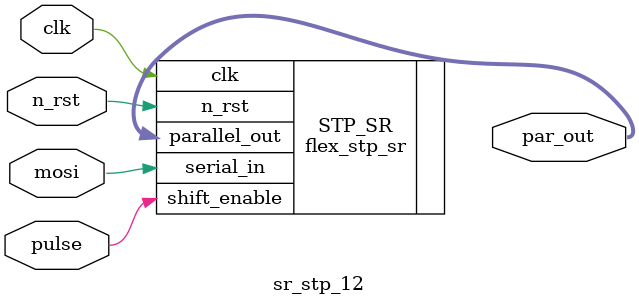
<source format=sv>

module sr_stp_12
(
    input logic clk,
    input logic n_rst,
    input logic mosi,
    input logic pulse,
    output logic [11:0] par_out
);

    flex_stp_sr #(.NUM_BITS(12), .SHIFT_MSB(1'b1)) STP_SR (
        .clk(clk), .n_rst(n_rst),
        .shift_enable(pulse), .serial_in(mosi),
        .parallel_out(par_out));

endmodule
</source>
